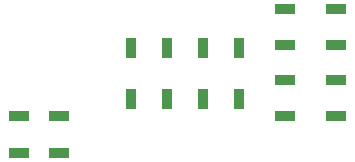
<source format=gbp>
G04 Layer_Color=128*
%FSLAX44Y44*%
%MOMM*%
G71*
G01*
G75*
%ADD13R,1.7020X0.9140*%
%ADD14R,0.9140X1.7020*%
D13*
X327000Y271630D02*
D03*
Y302370D02*
D03*
X327000Y211630D02*
D03*
Y242370D02*
D03*
X58000Y180630D02*
D03*
Y211370D02*
D03*
X92000Y180630D02*
D03*
Y211370D02*
D03*
X284000Y271630D02*
D03*
Y302370D02*
D03*
X284001Y211632D02*
D03*
Y242372D02*
D03*
D14*
X184000Y269000D02*
D03*
X153260D02*
D03*
X245000D02*
D03*
X214259D02*
D03*
X184000Y226000D02*
D03*
X153260D02*
D03*
X245000D02*
D03*
X214260D02*
D03*
M02*

</source>
